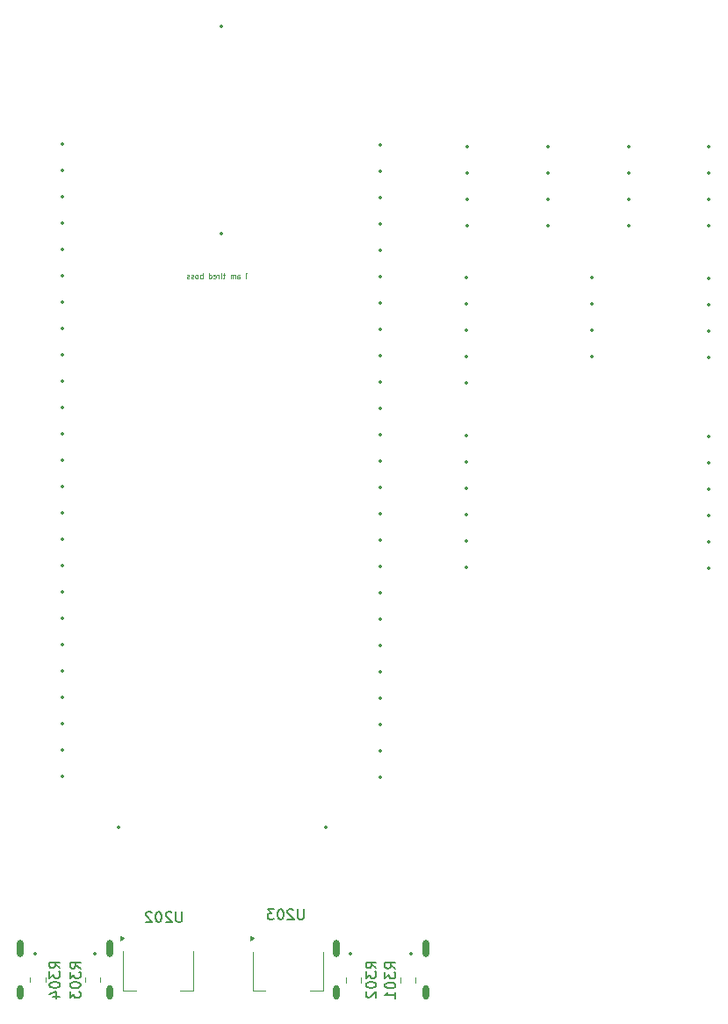
<source format=gbr>
%TF.GenerationSoftware,KiCad,Pcbnew,8.0.1-rc1*%
%TF.CreationDate,2024-08-22T21:46:05-04:00*%
%TF.ProjectId,MOBO_V1,4d4f424f-5f56-4312-9e6b-696361645f70,rev?*%
%TF.SameCoordinates,Original*%
%TF.FileFunction,Legend,Bot*%
%TF.FilePolarity,Positive*%
%FSLAX46Y46*%
G04 Gerber Fmt 4.6, Leading zero omitted, Abs format (unit mm)*
G04 Created by KiCad (PCBNEW 8.0.1-rc1) date 2024-08-22 21:46:05*
%MOMM*%
%LPD*%
G01*
G04 APERTURE LIST*
%ADD10C,0.100000*%
%ADD11C,0.150000*%
%ADD12C,0.120000*%
%ADD13C,0.350000*%
%ADD14O,0.600000X1.700000*%
%ADD15O,0.600000X1.400000*%
G04 APERTURE END LIST*
D10*
X58915163Y-83633609D02*
X58915163Y-83300276D01*
X58915163Y-83133609D02*
X58938972Y-83157419D01*
X58938972Y-83157419D02*
X58915163Y-83181228D01*
X58915163Y-83181228D02*
X58891353Y-83157419D01*
X58891353Y-83157419D02*
X58915163Y-83133609D01*
X58915163Y-83133609D02*
X58915163Y-83181228D01*
X58081830Y-83633609D02*
X58081830Y-83371704D01*
X58081830Y-83371704D02*
X58105640Y-83324085D01*
X58105640Y-83324085D02*
X58153259Y-83300276D01*
X58153259Y-83300276D02*
X58248497Y-83300276D01*
X58248497Y-83300276D02*
X58296116Y-83324085D01*
X58081830Y-83609800D02*
X58129449Y-83633609D01*
X58129449Y-83633609D02*
X58248497Y-83633609D01*
X58248497Y-83633609D02*
X58296116Y-83609800D01*
X58296116Y-83609800D02*
X58319925Y-83562180D01*
X58319925Y-83562180D02*
X58319925Y-83514561D01*
X58319925Y-83514561D02*
X58296116Y-83466942D01*
X58296116Y-83466942D02*
X58248497Y-83443133D01*
X58248497Y-83443133D02*
X58129449Y-83443133D01*
X58129449Y-83443133D02*
X58081830Y-83419323D01*
X57843735Y-83633609D02*
X57843735Y-83300276D01*
X57843735Y-83347895D02*
X57819925Y-83324085D01*
X57819925Y-83324085D02*
X57772306Y-83300276D01*
X57772306Y-83300276D02*
X57700878Y-83300276D01*
X57700878Y-83300276D02*
X57653259Y-83324085D01*
X57653259Y-83324085D02*
X57629449Y-83371704D01*
X57629449Y-83371704D02*
X57629449Y-83633609D01*
X57629449Y-83371704D02*
X57605640Y-83324085D01*
X57605640Y-83324085D02*
X57558021Y-83300276D01*
X57558021Y-83300276D02*
X57486592Y-83300276D01*
X57486592Y-83300276D02*
X57438973Y-83324085D01*
X57438973Y-83324085D02*
X57415163Y-83371704D01*
X57415163Y-83371704D02*
X57415163Y-83633609D01*
X56867544Y-83300276D02*
X56677068Y-83300276D01*
X56796116Y-83133609D02*
X56796116Y-83562180D01*
X56796116Y-83562180D02*
X56772306Y-83609800D01*
X56772306Y-83609800D02*
X56724687Y-83633609D01*
X56724687Y-83633609D02*
X56677068Y-83633609D01*
X56510402Y-83633609D02*
X56510402Y-83300276D01*
X56510402Y-83133609D02*
X56534211Y-83157419D01*
X56534211Y-83157419D02*
X56510402Y-83181228D01*
X56510402Y-83181228D02*
X56486592Y-83157419D01*
X56486592Y-83157419D02*
X56510402Y-83133609D01*
X56510402Y-83133609D02*
X56510402Y-83181228D01*
X56272307Y-83633609D02*
X56272307Y-83300276D01*
X56272307Y-83395514D02*
X56248497Y-83347895D01*
X56248497Y-83347895D02*
X56224688Y-83324085D01*
X56224688Y-83324085D02*
X56177069Y-83300276D01*
X56177069Y-83300276D02*
X56129450Y-83300276D01*
X55772307Y-83609800D02*
X55819926Y-83633609D01*
X55819926Y-83633609D02*
X55915164Y-83633609D01*
X55915164Y-83633609D02*
X55962783Y-83609800D01*
X55962783Y-83609800D02*
X55986592Y-83562180D01*
X55986592Y-83562180D02*
X55986592Y-83371704D01*
X55986592Y-83371704D02*
X55962783Y-83324085D01*
X55962783Y-83324085D02*
X55915164Y-83300276D01*
X55915164Y-83300276D02*
X55819926Y-83300276D01*
X55819926Y-83300276D02*
X55772307Y-83324085D01*
X55772307Y-83324085D02*
X55748497Y-83371704D01*
X55748497Y-83371704D02*
X55748497Y-83419323D01*
X55748497Y-83419323D02*
X55986592Y-83466942D01*
X55319926Y-83633609D02*
X55319926Y-83133609D01*
X55319926Y-83609800D02*
X55367545Y-83633609D01*
X55367545Y-83633609D02*
X55462783Y-83633609D01*
X55462783Y-83633609D02*
X55510402Y-83609800D01*
X55510402Y-83609800D02*
X55534212Y-83585990D01*
X55534212Y-83585990D02*
X55558021Y-83538371D01*
X55558021Y-83538371D02*
X55558021Y-83395514D01*
X55558021Y-83395514D02*
X55534212Y-83347895D01*
X55534212Y-83347895D02*
X55510402Y-83324085D01*
X55510402Y-83324085D02*
X55462783Y-83300276D01*
X55462783Y-83300276D02*
X55367545Y-83300276D01*
X55367545Y-83300276D02*
X55319926Y-83324085D01*
X54700879Y-83633609D02*
X54700879Y-83133609D01*
X54700879Y-83324085D02*
X54653260Y-83300276D01*
X54653260Y-83300276D02*
X54558022Y-83300276D01*
X54558022Y-83300276D02*
X54510403Y-83324085D01*
X54510403Y-83324085D02*
X54486593Y-83347895D01*
X54486593Y-83347895D02*
X54462784Y-83395514D01*
X54462784Y-83395514D02*
X54462784Y-83538371D01*
X54462784Y-83538371D02*
X54486593Y-83585990D01*
X54486593Y-83585990D02*
X54510403Y-83609800D01*
X54510403Y-83609800D02*
X54558022Y-83633609D01*
X54558022Y-83633609D02*
X54653260Y-83633609D01*
X54653260Y-83633609D02*
X54700879Y-83609800D01*
X54177069Y-83633609D02*
X54224688Y-83609800D01*
X54224688Y-83609800D02*
X54248498Y-83585990D01*
X54248498Y-83585990D02*
X54272307Y-83538371D01*
X54272307Y-83538371D02*
X54272307Y-83395514D01*
X54272307Y-83395514D02*
X54248498Y-83347895D01*
X54248498Y-83347895D02*
X54224688Y-83324085D01*
X54224688Y-83324085D02*
X54177069Y-83300276D01*
X54177069Y-83300276D02*
X54105641Y-83300276D01*
X54105641Y-83300276D02*
X54058022Y-83324085D01*
X54058022Y-83324085D02*
X54034212Y-83347895D01*
X54034212Y-83347895D02*
X54010403Y-83395514D01*
X54010403Y-83395514D02*
X54010403Y-83538371D01*
X54010403Y-83538371D02*
X54034212Y-83585990D01*
X54034212Y-83585990D02*
X54058022Y-83609800D01*
X54058022Y-83609800D02*
X54105641Y-83633609D01*
X54105641Y-83633609D02*
X54177069Y-83633609D01*
X53819926Y-83609800D02*
X53772307Y-83633609D01*
X53772307Y-83633609D02*
X53677069Y-83633609D01*
X53677069Y-83633609D02*
X53629450Y-83609800D01*
X53629450Y-83609800D02*
X53605641Y-83562180D01*
X53605641Y-83562180D02*
X53605641Y-83538371D01*
X53605641Y-83538371D02*
X53629450Y-83490752D01*
X53629450Y-83490752D02*
X53677069Y-83466942D01*
X53677069Y-83466942D02*
X53748498Y-83466942D01*
X53748498Y-83466942D02*
X53796117Y-83443133D01*
X53796117Y-83443133D02*
X53819926Y-83395514D01*
X53819926Y-83395514D02*
X53819926Y-83371704D01*
X53819926Y-83371704D02*
X53796117Y-83324085D01*
X53796117Y-83324085D02*
X53748498Y-83300276D01*
X53748498Y-83300276D02*
X53677069Y-83300276D01*
X53677069Y-83300276D02*
X53629450Y-83324085D01*
X53415164Y-83609800D02*
X53367545Y-83633609D01*
X53367545Y-83633609D02*
X53272307Y-83633609D01*
X53272307Y-83633609D02*
X53224688Y-83609800D01*
X53224688Y-83609800D02*
X53200879Y-83562180D01*
X53200879Y-83562180D02*
X53200879Y-83538371D01*
X53200879Y-83538371D02*
X53224688Y-83490752D01*
X53224688Y-83490752D02*
X53272307Y-83466942D01*
X53272307Y-83466942D02*
X53343736Y-83466942D01*
X53343736Y-83466942D02*
X53391355Y-83443133D01*
X53391355Y-83443133D02*
X53415164Y-83395514D01*
X53415164Y-83395514D02*
X53415164Y-83371704D01*
X53415164Y-83371704D02*
X53391355Y-83324085D01*
X53391355Y-83324085D02*
X53343736Y-83300276D01*
X53343736Y-83300276D02*
X53272307Y-83300276D01*
X53272307Y-83300276D02*
X53224688Y-83324085D01*
D11*
X42929819Y-150155952D02*
X42453628Y-149822619D01*
X42929819Y-149584524D02*
X41929819Y-149584524D01*
X41929819Y-149584524D02*
X41929819Y-149965476D01*
X41929819Y-149965476D02*
X41977438Y-150060714D01*
X41977438Y-150060714D02*
X42025057Y-150108333D01*
X42025057Y-150108333D02*
X42120295Y-150155952D01*
X42120295Y-150155952D02*
X42263152Y-150155952D01*
X42263152Y-150155952D02*
X42358390Y-150108333D01*
X42358390Y-150108333D02*
X42406009Y-150060714D01*
X42406009Y-150060714D02*
X42453628Y-149965476D01*
X42453628Y-149965476D02*
X42453628Y-149584524D01*
X41929819Y-150489286D02*
X41929819Y-151108333D01*
X41929819Y-151108333D02*
X42310771Y-150775000D01*
X42310771Y-150775000D02*
X42310771Y-150917857D01*
X42310771Y-150917857D02*
X42358390Y-151013095D01*
X42358390Y-151013095D02*
X42406009Y-151060714D01*
X42406009Y-151060714D02*
X42501247Y-151108333D01*
X42501247Y-151108333D02*
X42739342Y-151108333D01*
X42739342Y-151108333D02*
X42834580Y-151060714D01*
X42834580Y-151060714D02*
X42882200Y-151013095D01*
X42882200Y-151013095D02*
X42929819Y-150917857D01*
X42929819Y-150917857D02*
X42929819Y-150632143D01*
X42929819Y-150632143D02*
X42882200Y-150536905D01*
X42882200Y-150536905D02*
X42834580Y-150489286D01*
X41929819Y-151727381D02*
X41929819Y-151822619D01*
X41929819Y-151822619D02*
X41977438Y-151917857D01*
X41977438Y-151917857D02*
X42025057Y-151965476D01*
X42025057Y-151965476D02*
X42120295Y-152013095D01*
X42120295Y-152013095D02*
X42310771Y-152060714D01*
X42310771Y-152060714D02*
X42548866Y-152060714D01*
X42548866Y-152060714D02*
X42739342Y-152013095D01*
X42739342Y-152013095D02*
X42834580Y-151965476D01*
X42834580Y-151965476D02*
X42882200Y-151917857D01*
X42882200Y-151917857D02*
X42929819Y-151822619D01*
X42929819Y-151822619D02*
X42929819Y-151727381D01*
X42929819Y-151727381D02*
X42882200Y-151632143D01*
X42882200Y-151632143D02*
X42834580Y-151584524D01*
X42834580Y-151584524D02*
X42739342Y-151536905D01*
X42739342Y-151536905D02*
X42548866Y-151489286D01*
X42548866Y-151489286D02*
X42310771Y-151489286D01*
X42310771Y-151489286D02*
X42120295Y-151536905D01*
X42120295Y-151536905D02*
X42025057Y-151584524D01*
X42025057Y-151584524D02*
X41977438Y-151632143D01*
X41977438Y-151632143D02*
X41929819Y-151727381D01*
X41929819Y-152394048D02*
X41929819Y-153013095D01*
X41929819Y-153013095D02*
X42310771Y-152679762D01*
X42310771Y-152679762D02*
X42310771Y-152822619D01*
X42310771Y-152822619D02*
X42358390Y-152917857D01*
X42358390Y-152917857D02*
X42406009Y-152965476D01*
X42406009Y-152965476D02*
X42501247Y-153013095D01*
X42501247Y-153013095D02*
X42739342Y-153013095D01*
X42739342Y-153013095D02*
X42834580Y-152965476D01*
X42834580Y-152965476D02*
X42882200Y-152917857D01*
X42882200Y-152917857D02*
X42929819Y-152822619D01*
X42929819Y-152822619D02*
X42929819Y-152536905D01*
X42929819Y-152536905D02*
X42882200Y-152441667D01*
X42882200Y-152441667D02*
X42834580Y-152394048D01*
X73304819Y-150180952D02*
X72828628Y-149847619D01*
X73304819Y-149609524D02*
X72304819Y-149609524D01*
X72304819Y-149609524D02*
X72304819Y-149990476D01*
X72304819Y-149990476D02*
X72352438Y-150085714D01*
X72352438Y-150085714D02*
X72400057Y-150133333D01*
X72400057Y-150133333D02*
X72495295Y-150180952D01*
X72495295Y-150180952D02*
X72638152Y-150180952D01*
X72638152Y-150180952D02*
X72733390Y-150133333D01*
X72733390Y-150133333D02*
X72781009Y-150085714D01*
X72781009Y-150085714D02*
X72828628Y-149990476D01*
X72828628Y-149990476D02*
X72828628Y-149609524D01*
X72304819Y-150514286D02*
X72304819Y-151133333D01*
X72304819Y-151133333D02*
X72685771Y-150800000D01*
X72685771Y-150800000D02*
X72685771Y-150942857D01*
X72685771Y-150942857D02*
X72733390Y-151038095D01*
X72733390Y-151038095D02*
X72781009Y-151085714D01*
X72781009Y-151085714D02*
X72876247Y-151133333D01*
X72876247Y-151133333D02*
X73114342Y-151133333D01*
X73114342Y-151133333D02*
X73209580Y-151085714D01*
X73209580Y-151085714D02*
X73257200Y-151038095D01*
X73257200Y-151038095D02*
X73304819Y-150942857D01*
X73304819Y-150942857D02*
X73304819Y-150657143D01*
X73304819Y-150657143D02*
X73257200Y-150561905D01*
X73257200Y-150561905D02*
X73209580Y-150514286D01*
X72304819Y-151752381D02*
X72304819Y-151847619D01*
X72304819Y-151847619D02*
X72352438Y-151942857D01*
X72352438Y-151942857D02*
X72400057Y-151990476D01*
X72400057Y-151990476D02*
X72495295Y-152038095D01*
X72495295Y-152038095D02*
X72685771Y-152085714D01*
X72685771Y-152085714D02*
X72923866Y-152085714D01*
X72923866Y-152085714D02*
X73114342Y-152038095D01*
X73114342Y-152038095D02*
X73209580Y-151990476D01*
X73209580Y-151990476D02*
X73257200Y-151942857D01*
X73257200Y-151942857D02*
X73304819Y-151847619D01*
X73304819Y-151847619D02*
X73304819Y-151752381D01*
X73304819Y-151752381D02*
X73257200Y-151657143D01*
X73257200Y-151657143D02*
X73209580Y-151609524D01*
X73209580Y-151609524D02*
X73114342Y-151561905D01*
X73114342Y-151561905D02*
X72923866Y-151514286D01*
X72923866Y-151514286D02*
X72685771Y-151514286D01*
X72685771Y-151514286D02*
X72495295Y-151561905D01*
X72495295Y-151561905D02*
X72400057Y-151609524D01*
X72400057Y-151609524D02*
X72352438Y-151657143D01*
X72352438Y-151657143D02*
X72304819Y-151752381D01*
X73304819Y-153038095D02*
X73304819Y-152466667D01*
X73304819Y-152752381D02*
X72304819Y-152752381D01*
X72304819Y-152752381D02*
X72447676Y-152657143D01*
X72447676Y-152657143D02*
X72542914Y-152561905D01*
X72542914Y-152561905D02*
X72590533Y-152466667D01*
X64464285Y-144454819D02*
X64464285Y-145264342D01*
X64464285Y-145264342D02*
X64416666Y-145359580D01*
X64416666Y-145359580D02*
X64369047Y-145407200D01*
X64369047Y-145407200D02*
X64273809Y-145454819D01*
X64273809Y-145454819D02*
X64083333Y-145454819D01*
X64083333Y-145454819D02*
X63988095Y-145407200D01*
X63988095Y-145407200D02*
X63940476Y-145359580D01*
X63940476Y-145359580D02*
X63892857Y-145264342D01*
X63892857Y-145264342D02*
X63892857Y-144454819D01*
X63464285Y-144550057D02*
X63416666Y-144502438D01*
X63416666Y-144502438D02*
X63321428Y-144454819D01*
X63321428Y-144454819D02*
X63083333Y-144454819D01*
X63083333Y-144454819D02*
X62988095Y-144502438D01*
X62988095Y-144502438D02*
X62940476Y-144550057D01*
X62940476Y-144550057D02*
X62892857Y-144645295D01*
X62892857Y-144645295D02*
X62892857Y-144740533D01*
X62892857Y-144740533D02*
X62940476Y-144883390D01*
X62940476Y-144883390D02*
X63511904Y-145454819D01*
X63511904Y-145454819D02*
X62892857Y-145454819D01*
X62273809Y-144454819D02*
X62178571Y-144454819D01*
X62178571Y-144454819D02*
X62083333Y-144502438D01*
X62083333Y-144502438D02*
X62035714Y-144550057D01*
X62035714Y-144550057D02*
X61988095Y-144645295D01*
X61988095Y-144645295D02*
X61940476Y-144835771D01*
X61940476Y-144835771D02*
X61940476Y-145073866D01*
X61940476Y-145073866D02*
X61988095Y-145264342D01*
X61988095Y-145264342D02*
X62035714Y-145359580D01*
X62035714Y-145359580D02*
X62083333Y-145407200D01*
X62083333Y-145407200D02*
X62178571Y-145454819D01*
X62178571Y-145454819D02*
X62273809Y-145454819D01*
X62273809Y-145454819D02*
X62369047Y-145407200D01*
X62369047Y-145407200D02*
X62416666Y-145359580D01*
X62416666Y-145359580D02*
X62464285Y-145264342D01*
X62464285Y-145264342D02*
X62511904Y-145073866D01*
X62511904Y-145073866D02*
X62511904Y-144835771D01*
X62511904Y-144835771D02*
X62464285Y-144645295D01*
X62464285Y-144645295D02*
X62416666Y-144550057D01*
X62416666Y-144550057D02*
X62369047Y-144502438D01*
X62369047Y-144502438D02*
X62273809Y-144454819D01*
X61607142Y-144454819D02*
X60988095Y-144454819D01*
X60988095Y-144454819D02*
X61321428Y-144835771D01*
X61321428Y-144835771D02*
X61178571Y-144835771D01*
X61178571Y-144835771D02*
X61083333Y-144883390D01*
X61083333Y-144883390D02*
X61035714Y-144931009D01*
X61035714Y-144931009D02*
X60988095Y-145026247D01*
X60988095Y-145026247D02*
X60988095Y-145264342D01*
X60988095Y-145264342D02*
X61035714Y-145359580D01*
X61035714Y-145359580D02*
X61083333Y-145407200D01*
X61083333Y-145407200D02*
X61178571Y-145454819D01*
X61178571Y-145454819D02*
X61464285Y-145454819D01*
X61464285Y-145454819D02*
X61559523Y-145407200D01*
X61559523Y-145407200D02*
X61607142Y-145359580D01*
X40954819Y-150130952D02*
X40478628Y-149797619D01*
X40954819Y-149559524D02*
X39954819Y-149559524D01*
X39954819Y-149559524D02*
X39954819Y-149940476D01*
X39954819Y-149940476D02*
X40002438Y-150035714D01*
X40002438Y-150035714D02*
X40050057Y-150083333D01*
X40050057Y-150083333D02*
X40145295Y-150130952D01*
X40145295Y-150130952D02*
X40288152Y-150130952D01*
X40288152Y-150130952D02*
X40383390Y-150083333D01*
X40383390Y-150083333D02*
X40431009Y-150035714D01*
X40431009Y-150035714D02*
X40478628Y-149940476D01*
X40478628Y-149940476D02*
X40478628Y-149559524D01*
X39954819Y-150464286D02*
X39954819Y-151083333D01*
X39954819Y-151083333D02*
X40335771Y-150750000D01*
X40335771Y-150750000D02*
X40335771Y-150892857D01*
X40335771Y-150892857D02*
X40383390Y-150988095D01*
X40383390Y-150988095D02*
X40431009Y-151035714D01*
X40431009Y-151035714D02*
X40526247Y-151083333D01*
X40526247Y-151083333D02*
X40764342Y-151083333D01*
X40764342Y-151083333D02*
X40859580Y-151035714D01*
X40859580Y-151035714D02*
X40907200Y-150988095D01*
X40907200Y-150988095D02*
X40954819Y-150892857D01*
X40954819Y-150892857D02*
X40954819Y-150607143D01*
X40954819Y-150607143D02*
X40907200Y-150511905D01*
X40907200Y-150511905D02*
X40859580Y-150464286D01*
X39954819Y-151702381D02*
X39954819Y-151797619D01*
X39954819Y-151797619D02*
X40002438Y-151892857D01*
X40002438Y-151892857D02*
X40050057Y-151940476D01*
X40050057Y-151940476D02*
X40145295Y-151988095D01*
X40145295Y-151988095D02*
X40335771Y-152035714D01*
X40335771Y-152035714D02*
X40573866Y-152035714D01*
X40573866Y-152035714D02*
X40764342Y-151988095D01*
X40764342Y-151988095D02*
X40859580Y-151940476D01*
X40859580Y-151940476D02*
X40907200Y-151892857D01*
X40907200Y-151892857D02*
X40954819Y-151797619D01*
X40954819Y-151797619D02*
X40954819Y-151702381D01*
X40954819Y-151702381D02*
X40907200Y-151607143D01*
X40907200Y-151607143D02*
X40859580Y-151559524D01*
X40859580Y-151559524D02*
X40764342Y-151511905D01*
X40764342Y-151511905D02*
X40573866Y-151464286D01*
X40573866Y-151464286D02*
X40335771Y-151464286D01*
X40335771Y-151464286D02*
X40145295Y-151511905D01*
X40145295Y-151511905D02*
X40050057Y-151559524D01*
X40050057Y-151559524D02*
X40002438Y-151607143D01*
X40002438Y-151607143D02*
X39954819Y-151702381D01*
X40288152Y-152892857D02*
X40954819Y-152892857D01*
X39907200Y-152654762D02*
X40621485Y-152416667D01*
X40621485Y-152416667D02*
X40621485Y-153035714D01*
X52714285Y-144704819D02*
X52714285Y-145514342D01*
X52714285Y-145514342D02*
X52666666Y-145609580D01*
X52666666Y-145609580D02*
X52619047Y-145657200D01*
X52619047Y-145657200D02*
X52523809Y-145704819D01*
X52523809Y-145704819D02*
X52333333Y-145704819D01*
X52333333Y-145704819D02*
X52238095Y-145657200D01*
X52238095Y-145657200D02*
X52190476Y-145609580D01*
X52190476Y-145609580D02*
X52142857Y-145514342D01*
X52142857Y-145514342D02*
X52142857Y-144704819D01*
X51714285Y-144800057D02*
X51666666Y-144752438D01*
X51666666Y-144752438D02*
X51571428Y-144704819D01*
X51571428Y-144704819D02*
X51333333Y-144704819D01*
X51333333Y-144704819D02*
X51238095Y-144752438D01*
X51238095Y-144752438D02*
X51190476Y-144800057D01*
X51190476Y-144800057D02*
X51142857Y-144895295D01*
X51142857Y-144895295D02*
X51142857Y-144990533D01*
X51142857Y-144990533D02*
X51190476Y-145133390D01*
X51190476Y-145133390D02*
X51761904Y-145704819D01*
X51761904Y-145704819D02*
X51142857Y-145704819D01*
X50523809Y-144704819D02*
X50428571Y-144704819D01*
X50428571Y-144704819D02*
X50333333Y-144752438D01*
X50333333Y-144752438D02*
X50285714Y-144800057D01*
X50285714Y-144800057D02*
X50238095Y-144895295D01*
X50238095Y-144895295D02*
X50190476Y-145085771D01*
X50190476Y-145085771D02*
X50190476Y-145323866D01*
X50190476Y-145323866D02*
X50238095Y-145514342D01*
X50238095Y-145514342D02*
X50285714Y-145609580D01*
X50285714Y-145609580D02*
X50333333Y-145657200D01*
X50333333Y-145657200D02*
X50428571Y-145704819D01*
X50428571Y-145704819D02*
X50523809Y-145704819D01*
X50523809Y-145704819D02*
X50619047Y-145657200D01*
X50619047Y-145657200D02*
X50666666Y-145609580D01*
X50666666Y-145609580D02*
X50714285Y-145514342D01*
X50714285Y-145514342D02*
X50761904Y-145323866D01*
X50761904Y-145323866D02*
X50761904Y-145085771D01*
X50761904Y-145085771D02*
X50714285Y-144895295D01*
X50714285Y-144895295D02*
X50666666Y-144800057D01*
X50666666Y-144800057D02*
X50619047Y-144752438D01*
X50619047Y-144752438D02*
X50523809Y-144704819D01*
X49809523Y-144800057D02*
X49761904Y-144752438D01*
X49761904Y-144752438D02*
X49666666Y-144704819D01*
X49666666Y-144704819D02*
X49428571Y-144704819D01*
X49428571Y-144704819D02*
X49333333Y-144752438D01*
X49333333Y-144752438D02*
X49285714Y-144800057D01*
X49285714Y-144800057D02*
X49238095Y-144895295D01*
X49238095Y-144895295D02*
X49238095Y-144990533D01*
X49238095Y-144990533D02*
X49285714Y-145133390D01*
X49285714Y-145133390D02*
X49857142Y-145704819D01*
X49857142Y-145704819D02*
X49238095Y-145704819D01*
X71454819Y-150130952D02*
X70978628Y-149797619D01*
X71454819Y-149559524D02*
X70454819Y-149559524D01*
X70454819Y-149559524D02*
X70454819Y-149940476D01*
X70454819Y-149940476D02*
X70502438Y-150035714D01*
X70502438Y-150035714D02*
X70550057Y-150083333D01*
X70550057Y-150083333D02*
X70645295Y-150130952D01*
X70645295Y-150130952D02*
X70788152Y-150130952D01*
X70788152Y-150130952D02*
X70883390Y-150083333D01*
X70883390Y-150083333D02*
X70931009Y-150035714D01*
X70931009Y-150035714D02*
X70978628Y-149940476D01*
X70978628Y-149940476D02*
X70978628Y-149559524D01*
X70454819Y-150464286D02*
X70454819Y-151083333D01*
X70454819Y-151083333D02*
X70835771Y-150750000D01*
X70835771Y-150750000D02*
X70835771Y-150892857D01*
X70835771Y-150892857D02*
X70883390Y-150988095D01*
X70883390Y-150988095D02*
X70931009Y-151035714D01*
X70931009Y-151035714D02*
X71026247Y-151083333D01*
X71026247Y-151083333D02*
X71264342Y-151083333D01*
X71264342Y-151083333D02*
X71359580Y-151035714D01*
X71359580Y-151035714D02*
X71407200Y-150988095D01*
X71407200Y-150988095D02*
X71454819Y-150892857D01*
X71454819Y-150892857D02*
X71454819Y-150607143D01*
X71454819Y-150607143D02*
X71407200Y-150511905D01*
X71407200Y-150511905D02*
X71359580Y-150464286D01*
X70454819Y-151702381D02*
X70454819Y-151797619D01*
X70454819Y-151797619D02*
X70502438Y-151892857D01*
X70502438Y-151892857D02*
X70550057Y-151940476D01*
X70550057Y-151940476D02*
X70645295Y-151988095D01*
X70645295Y-151988095D02*
X70835771Y-152035714D01*
X70835771Y-152035714D02*
X71073866Y-152035714D01*
X71073866Y-152035714D02*
X71264342Y-151988095D01*
X71264342Y-151988095D02*
X71359580Y-151940476D01*
X71359580Y-151940476D02*
X71407200Y-151892857D01*
X71407200Y-151892857D02*
X71454819Y-151797619D01*
X71454819Y-151797619D02*
X71454819Y-151702381D01*
X71454819Y-151702381D02*
X71407200Y-151607143D01*
X71407200Y-151607143D02*
X71359580Y-151559524D01*
X71359580Y-151559524D02*
X71264342Y-151511905D01*
X71264342Y-151511905D02*
X71073866Y-151464286D01*
X71073866Y-151464286D02*
X70835771Y-151464286D01*
X70835771Y-151464286D02*
X70645295Y-151511905D01*
X70645295Y-151511905D02*
X70550057Y-151559524D01*
X70550057Y-151559524D02*
X70502438Y-151607143D01*
X70502438Y-151607143D02*
X70454819Y-151702381D01*
X70550057Y-152416667D02*
X70502438Y-152464286D01*
X70502438Y-152464286D02*
X70454819Y-152559524D01*
X70454819Y-152559524D02*
X70454819Y-152797619D01*
X70454819Y-152797619D02*
X70502438Y-152892857D01*
X70502438Y-152892857D02*
X70550057Y-152940476D01*
X70550057Y-152940476D02*
X70645295Y-152988095D01*
X70645295Y-152988095D02*
X70740533Y-152988095D01*
X70740533Y-152988095D02*
X70883390Y-152940476D01*
X70883390Y-152940476D02*
X71454819Y-152369048D01*
X71454819Y-152369048D02*
X71454819Y-152988095D01*
D12*
%TO.C,R303*%
X43390000Y-151502064D02*
X43390000Y-151047936D01*
X44860000Y-151502064D02*
X44860000Y-151047936D01*
%TO.C,R301*%
X73765000Y-151527064D02*
X73765000Y-151072936D01*
X75235000Y-151527064D02*
X75235000Y-151072936D01*
%TO.C,U203*%
X59527500Y-152310000D02*
X59527500Y-148550000D01*
X60787500Y-152310000D02*
X59527500Y-152310000D01*
X65087500Y-152310000D02*
X66347500Y-152310000D01*
X66347500Y-152310000D02*
X66347500Y-148550000D01*
X59627500Y-147270000D02*
X59297500Y-147510000D01*
X59297500Y-147030000D01*
X59627500Y-147270000D01*
G36*
X59627500Y-147270000D02*
G01*
X59297500Y-147510000D01*
X59297500Y-147030000D01*
X59627500Y-147270000D01*
G37*
%TO.C,R304*%
X38090000Y-151502064D02*
X38090000Y-151047936D01*
X39560000Y-151502064D02*
X39560000Y-151047936D01*
%TO.C,U202*%
X47015000Y-152297500D02*
X47015000Y-148537500D01*
X48275000Y-152297500D02*
X47015000Y-152297500D01*
X52575000Y-152297500D02*
X53835000Y-152297500D01*
X53835000Y-152297500D02*
X53835000Y-148537500D01*
X47115000Y-147257500D02*
X46785000Y-147497500D01*
X46785000Y-147017500D01*
X47115000Y-147257500D01*
G36*
X47115000Y-147257500D02*
G01*
X46785000Y-147497500D01*
X46785000Y-147017500D01*
X47115000Y-147257500D01*
G37*
%TO.C,R302*%
X68540000Y-151527064D02*
X68540000Y-151072936D01*
X70010000Y-151527064D02*
X70010000Y-151072936D01*
%TD*%
D13*
X87983000Y-70950000D03*
X87983000Y-73490000D03*
X87983000Y-76030000D03*
X87983000Y-78570000D03*
X80150000Y-98800000D03*
X80150000Y-101340000D03*
X80150000Y-103880000D03*
X80150000Y-106420000D03*
X80150000Y-108960000D03*
X80150000Y-111500000D03*
X95766000Y-70950000D03*
X95766000Y-73490000D03*
X95766000Y-76030000D03*
X95766000Y-78570000D03*
X56550000Y-59325000D03*
X80175000Y-83525000D03*
X80175000Y-86065000D03*
X80175000Y-88605000D03*
X80175000Y-91145000D03*
X80175000Y-93685000D03*
X71850000Y-70755000D03*
X71850000Y-73295000D03*
X71850000Y-75835000D03*
X71850000Y-78375000D03*
X71850000Y-80915000D03*
X71850000Y-83455000D03*
X71850000Y-85995000D03*
X71850000Y-88535000D03*
X71850000Y-91075000D03*
X71850000Y-93615000D03*
X71850000Y-96155000D03*
X71850000Y-98695000D03*
X71850000Y-101235000D03*
X71850000Y-103775000D03*
X71850000Y-106315000D03*
X71850000Y-108855000D03*
X71850000Y-111395000D03*
X71850000Y-113935000D03*
X71850000Y-116475000D03*
X71850000Y-119015000D03*
X71850000Y-121555000D03*
X71850000Y-124095000D03*
X71850000Y-126635000D03*
X71850000Y-129175000D03*
X71850000Y-131715000D03*
X41225000Y-70705000D03*
X41225000Y-73245000D03*
X41225000Y-75785000D03*
X41225000Y-78325000D03*
X41225000Y-80865000D03*
X41225000Y-83405000D03*
X41225000Y-85945000D03*
X41225000Y-88485000D03*
X41225000Y-91025000D03*
X41225000Y-93565000D03*
X41225000Y-96105000D03*
X41225000Y-98645000D03*
X41225000Y-101185000D03*
X41225000Y-103725000D03*
X41225000Y-106265000D03*
X41225000Y-108805000D03*
X41225000Y-111345000D03*
X41225000Y-113885000D03*
X41225000Y-116425000D03*
X41225000Y-118965000D03*
X41225000Y-121505000D03*
X41225000Y-124045000D03*
X41225000Y-126585000D03*
X41225000Y-129125000D03*
X41225000Y-131665000D03*
X103525000Y-83645000D03*
X103525000Y-86185000D03*
X103525000Y-88725000D03*
X103525000Y-91265000D03*
X56550000Y-79325000D03*
X80200000Y-70950000D03*
X80200000Y-73490000D03*
X80200000Y-76030000D03*
X80200000Y-78570000D03*
X103525000Y-98850000D03*
X103525000Y-101390000D03*
X103525000Y-103930000D03*
X103525000Y-106470000D03*
X103525000Y-109010000D03*
X103525000Y-111550000D03*
X92275000Y-83580000D03*
X92275000Y-86120000D03*
X92275000Y-88660000D03*
X92275000Y-91200000D03*
X69005000Y-148795000D03*
X74785000Y-148795000D03*
D14*
X67575000Y-148275000D03*
D15*
X67575000Y-152475000D03*
D14*
X76215000Y-148275000D03*
D15*
X76215000Y-152475000D03*
D13*
X38585000Y-148795000D03*
X44365000Y-148795000D03*
D14*
X37155000Y-148275000D03*
D15*
X37155000Y-152475000D03*
D14*
X45795000Y-148275000D03*
D15*
X45795000Y-152475000D03*
D13*
X103549000Y-70950000D03*
X103549000Y-73490000D03*
X103549000Y-76030000D03*
X103549000Y-78570000D03*
X66575000Y-136600000D03*
X46575000Y-136600000D03*
M02*

</source>
